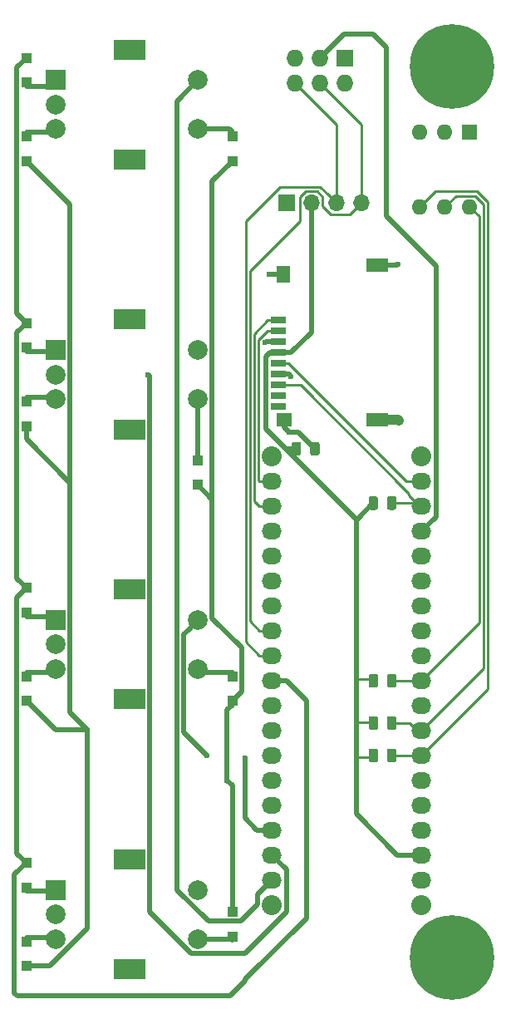
<source format=gbr>
%TF.GenerationSoftware,KiCad,Pcbnew,(5.1.6)-1*%
%TF.CreationDate,2020-07-27T07:25:15+08:00*%
%TF.ProjectId,rot-kb,726f742d-6b62-42e6-9b69-6361645f7063,rev?*%
%TF.SameCoordinates,Original*%
%TF.FileFunction,Copper,L1,Top*%
%TF.FilePolarity,Positive*%
%FSLAX46Y46*%
G04 Gerber Fmt 4.6, Leading zero omitted, Abs format (unit mm)*
G04 Created by KiCad (PCBNEW (5.1.6)-1) date 2020-07-27 07:25:15*
%MOMM*%
%LPD*%
G01*
G04 APERTURE LIST*
%TA.AperFunction,ComponentPad*%
%ADD10O,1.600000X1.600000*%
%TD*%
%TA.AperFunction,ComponentPad*%
%ADD11R,1.600000X1.600000*%
%TD*%
%TA.AperFunction,SMDPad,CuDef*%
%ADD12R,1.000000X1.000000*%
%TD*%
%TA.AperFunction,ComponentPad*%
%ADD13R,2.000000X2.000000*%
%TD*%
%TA.AperFunction,ComponentPad*%
%ADD14C,2.000000*%
%TD*%
%TA.AperFunction,ComponentPad*%
%ADD15R,3.200000X2.000000*%
%TD*%
%TA.AperFunction,ComponentPad*%
%ADD16C,0.900000*%
%TD*%
%TA.AperFunction,ComponentPad*%
%ADD17C,8.600000*%
%TD*%
%TA.AperFunction,SMDPad,CuDef*%
%ADD18R,2.200000X1.400000*%
%TD*%
%TA.AperFunction,SMDPad,CuDef*%
%ADD19R,1.400000X1.800000*%
%TD*%
%TA.AperFunction,SMDPad,CuDef*%
%ADD20R,1.600000X1.400000*%
%TD*%
%TA.AperFunction,SMDPad,CuDef*%
%ADD21R,1.600000X0.700000*%
%TD*%
%TA.AperFunction,ComponentPad*%
%ADD22O,1.700000X1.700000*%
%TD*%
%TA.AperFunction,ComponentPad*%
%ADD23R,1.700000X1.700000*%
%TD*%
%TA.AperFunction,ComponentPad*%
%ADD24O,1.727200X1.727200*%
%TD*%
%TA.AperFunction,ComponentPad*%
%ADD25R,1.727200X1.727200*%
%TD*%
%TA.AperFunction,ComponentPad*%
%ADD26O,2.032000X1.727200*%
%TD*%
%TA.AperFunction,ComponentPad*%
%ADD27C,2.032000*%
%TD*%
%TA.AperFunction,ViaPad*%
%ADD28C,0.600000*%
%TD*%
%TA.AperFunction,Conductor*%
%ADD29C,0.500000*%
%TD*%
%TA.AperFunction,Conductor*%
%ADD30C,1.000000*%
%TD*%
%TA.AperFunction,Conductor*%
%ADD31C,0.250000*%
%TD*%
G04 APERTURE END LIST*
D10*
%TO.P,SW5,6*%
%TO.N,rflip*%
X157200000Y-42920000D03*
%TO.P,SW5,3*%
%TO.N,GND*%
X152120000Y-35300000D03*
%TO.P,SW5,5*%
%TO.N,inc4*%
X154660000Y-42920000D03*
%TO.P,SW5,2*%
%TO.N,GND*%
X154660000Y-35300000D03*
%TO.P,SW5,4*%
%TO.N,mouse*%
X152120000Y-42920000D03*
D11*
%TO.P,SW5,1*%
%TO.N,GND*%
X157200000Y-35300000D03*
%TD*%
%TO.P,R4,2*%
%TO.N,mouse*%
%TA.AperFunction,SMDPad,CuDef*%
G36*
G01*
X148750000Y-99256250D02*
X148750000Y-98343750D01*
G75*
G02*
X148993750Y-98100000I243750J0D01*
G01*
X149481250Y-98100000D01*
G75*
G02*
X149725000Y-98343750I0J-243750D01*
G01*
X149725000Y-99256250D01*
G75*
G02*
X149481250Y-99500000I-243750J0D01*
G01*
X148993750Y-99500000D01*
G75*
G02*
X148750000Y-99256250I0J243750D01*
G01*
G37*
%TD.AperFunction*%
%TO.P,R4,1*%
%TO.N,+3V3*%
%TA.AperFunction,SMDPad,CuDef*%
G36*
G01*
X146875000Y-99256250D02*
X146875000Y-98343750D01*
G75*
G02*
X147118750Y-98100000I243750J0D01*
G01*
X147606250Y-98100000D01*
G75*
G02*
X147850000Y-98343750I0J-243750D01*
G01*
X147850000Y-99256250D01*
G75*
G02*
X147606250Y-99500000I-243750J0D01*
G01*
X147118750Y-99500000D01*
G75*
G02*
X146875000Y-99256250I0J243750D01*
G01*
G37*
%TD.AperFunction*%
%TD*%
%TO.P,R3,2*%
%TO.N,+3V3*%
%TA.AperFunction,SMDPad,CuDef*%
G36*
G01*
X147850000Y-90743750D02*
X147850000Y-91656250D01*
G75*
G02*
X147606250Y-91900000I-243750J0D01*
G01*
X147118750Y-91900000D01*
G75*
G02*
X146875000Y-91656250I0J243750D01*
G01*
X146875000Y-90743750D01*
G75*
G02*
X147118750Y-90500000I243750J0D01*
G01*
X147606250Y-90500000D01*
G75*
G02*
X147850000Y-90743750I0J-243750D01*
G01*
G37*
%TD.AperFunction*%
%TO.P,R3,1*%
%TO.N,rflip*%
%TA.AperFunction,SMDPad,CuDef*%
G36*
G01*
X149725000Y-90743750D02*
X149725000Y-91656250D01*
G75*
G02*
X149481250Y-91900000I-243750J0D01*
G01*
X148993750Y-91900000D01*
G75*
G02*
X148750000Y-91656250I0J243750D01*
G01*
X148750000Y-90743750D01*
G75*
G02*
X148993750Y-90500000I243750J0D01*
G01*
X149481250Y-90500000D01*
G75*
G02*
X149725000Y-90743750I0J-243750D01*
G01*
G37*
%TD.AperFunction*%
%TD*%
%TO.P,R2,2*%
%TO.N,MISO*%
%TA.AperFunction,SMDPad,CuDef*%
G36*
G01*
X148750000Y-73556250D02*
X148750000Y-72643750D01*
G75*
G02*
X148993750Y-72400000I243750J0D01*
G01*
X149481250Y-72400000D01*
G75*
G02*
X149725000Y-72643750I0J-243750D01*
G01*
X149725000Y-73556250D01*
G75*
G02*
X149481250Y-73800000I-243750J0D01*
G01*
X148993750Y-73800000D01*
G75*
G02*
X148750000Y-73556250I0J243750D01*
G01*
G37*
%TD.AperFunction*%
%TO.P,R2,1*%
%TO.N,+3V3*%
%TA.AperFunction,SMDPad,CuDef*%
G36*
G01*
X146875000Y-73556250D02*
X146875000Y-72643750D01*
G75*
G02*
X147118750Y-72400000I243750J0D01*
G01*
X147606250Y-72400000D01*
G75*
G02*
X147850000Y-72643750I0J-243750D01*
G01*
X147850000Y-73556250D01*
G75*
G02*
X147606250Y-73800000I-243750J0D01*
G01*
X147118750Y-73800000D01*
G75*
G02*
X146875000Y-73556250I0J243750D01*
G01*
G37*
%TD.AperFunction*%
%TD*%
D12*
%TO.P,D12,2*%
%TO.N,rbus-s*%
X133000000Y-114750000D03*
%TO.P,D12,1*%
%TO.N,Net-(D12-Pad1)*%
X133000000Y-117250000D03*
%TD*%
%TO.P,D11,2*%
%TO.N,rbus-s*%
X133000000Y-38250000D03*
%TO.P,D11,1*%
%TO.N,Net-(D11-Pad1)*%
X133000000Y-35750000D03*
%TD*%
%TO.P,D10,2*%
%TO.N,rbus-s*%
X133000000Y-93250000D03*
%TO.P,D10,1*%
%TO.N,Net-(D10-Pad1)*%
X133000000Y-90750000D03*
%TD*%
%TO.P,D9,2*%
%TO.N,rbus-s*%
X129500000Y-71250000D03*
%TO.P,D9,1*%
%TO.N,Net-(D9-Pad1)*%
X129500000Y-68750000D03*
%TD*%
%TO.P,D8,2*%
%TO.N,rbus-b*%
X112000000Y-120250000D03*
%TO.P,D8,1*%
%TO.N,Net-(D8-Pad1)*%
X112000000Y-117750000D03*
%TD*%
%TO.P,D7,2*%
%TO.N,rbus-a*%
X112000000Y-109750000D03*
%TO.P,D7,1*%
%TO.N,Net-(D7-Pad1)*%
X112000000Y-112250000D03*
%TD*%
%TO.P,D6,2*%
%TO.N,rbus-b*%
X112000000Y-38250000D03*
%TO.P,D6,1*%
%TO.N,Net-(D6-Pad1)*%
X112000000Y-35750000D03*
%TD*%
%TO.P,D5,2*%
%TO.N,rbus-a*%
X112000000Y-27750000D03*
%TO.P,D5,1*%
%TO.N,Net-(D5-Pad1)*%
X112000000Y-30250000D03*
%TD*%
%TO.P,D4,2*%
%TO.N,rbus-b*%
X112000000Y-93250000D03*
%TO.P,D4,1*%
%TO.N,Net-(D4-Pad1)*%
X112000000Y-90750000D03*
%TD*%
%TO.P,D3,2*%
%TO.N,rbus-a*%
X112000000Y-81750000D03*
%TO.P,D3,1*%
%TO.N,Net-(D3-Pad1)*%
X112000000Y-84250000D03*
%TD*%
%TO.P,D2,2*%
%TO.N,rbus-b*%
X112000000Y-65250000D03*
%TO.P,D2,1*%
%TO.N,Net-(D2-Pad1)*%
X112000000Y-62750000D03*
%TD*%
%TO.P,D1,2*%
%TO.N,rbus-a*%
X112000000Y-54750000D03*
%TO.P,D1,1*%
%TO.N,Net-(D1-Pad1)*%
X112000000Y-57250000D03*
%TD*%
%TO.P,C1,2*%
%TO.N,GND*%
%TA.AperFunction,SMDPad,CuDef*%
G36*
G01*
X140912000Y-68020250D02*
X140912000Y-67107750D01*
G75*
G02*
X141155750Y-66864000I243750J0D01*
G01*
X141643250Y-66864000D01*
G75*
G02*
X141887000Y-67107750I0J-243750D01*
G01*
X141887000Y-68020250D01*
G75*
G02*
X141643250Y-68264000I-243750J0D01*
G01*
X141155750Y-68264000D01*
G75*
G02*
X140912000Y-68020250I0J243750D01*
G01*
G37*
%TD.AperFunction*%
%TO.P,C1,1*%
%TO.N,+3V3*%
%TA.AperFunction,SMDPad,CuDef*%
G36*
G01*
X139037000Y-68020250D02*
X139037000Y-67107750D01*
G75*
G02*
X139280750Y-66864000I243750J0D01*
G01*
X139768250Y-66864000D01*
G75*
G02*
X140012000Y-67107750I0J-243750D01*
G01*
X140012000Y-68020250D01*
G75*
G02*
X139768250Y-68264000I-243750J0D01*
G01*
X139280750Y-68264000D01*
G75*
G02*
X139037000Y-68020250I0J243750D01*
G01*
G37*
%TD.AperFunction*%
%TD*%
D13*
%TO.P,SW4,A*%
%TO.N,Net-(D5-Pad1)*%
X115000000Y-30000000D03*
D14*
%TO.P,SW4,C*%
%TO.N,ecn3*%
X115000000Y-32500000D03*
%TO.P,SW4,B*%
%TO.N,Net-(D6-Pad1)*%
X115000000Y-35000000D03*
D15*
%TO.P,SW4,MP*%
%TO.N,N/C*%
X122500000Y-26900000D03*
X122500000Y-38100000D03*
D14*
%TO.P,SW4,S2*%
%TO.N,ecn3*%
X129500000Y-30000000D03*
%TO.P,SW4,S1*%
%TO.N,Net-(D11-Pad1)*%
X129500000Y-35000000D03*
%TD*%
D13*
%TO.P,SW3,A*%
%TO.N,Net-(D3-Pad1)*%
X115000000Y-85000000D03*
D14*
%TO.P,SW3,C*%
%TO.N,ecn2*%
X115000000Y-87500000D03*
%TO.P,SW3,B*%
%TO.N,Net-(D4-Pad1)*%
X115000000Y-90000000D03*
D15*
%TO.P,SW3,MP*%
%TO.N,N/C*%
X122500000Y-81900000D03*
X122500000Y-93100000D03*
D14*
%TO.P,SW3,S2*%
%TO.N,ecn2*%
X129500000Y-85000000D03*
%TO.P,SW3,S1*%
%TO.N,Net-(D10-Pad1)*%
X129500000Y-90000000D03*
%TD*%
D13*
%TO.P,SW2,A*%
%TO.N,Net-(D1-Pad1)*%
X115000000Y-57500000D03*
D14*
%TO.P,SW2,C*%
%TO.N,ecn4*%
X115000000Y-60000000D03*
%TO.P,SW2,B*%
%TO.N,Net-(D2-Pad1)*%
X115000000Y-62500000D03*
D15*
%TO.P,SW2,MP*%
%TO.N,N/C*%
X122500000Y-54400000D03*
X122500000Y-65600000D03*
D14*
%TO.P,SW2,S2*%
%TO.N,ecn4*%
X129500000Y-57500000D03*
%TO.P,SW2,S1*%
%TO.N,Net-(D9-Pad1)*%
X129500000Y-62500000D03*
%TD*%
D16*
%TO.P,H2,1*%
%TO.N,GND*%
X157620419Y-117099581D03*
X155340000Y-116155000D03*
X153059581Y-117099581D03*
X152115000Y-119380000D03*
X153059581Y-121660419D03*
X155340000Y-122605000D03*
X157620419Y-121660419D03*
X158565000Y-119380000D03*
D17*
X155340000Y-119380000D03*
%TD*%
D16*
%TO.P,H1,1*%
%TO.N,GND*%
X157620419Y-26339581D03*
X155340000Y-25395000D03*
X153059581Y-26339581D03*
X152115000Y-28620000D03*
X153059581Y-30900419D03*
X155340000Y-31845000D03*
X157620419Y-30900419D03*
X158565000Y-28620000D03*
D17*
X155340000Y-28620000D03*
%TD*%
D13*
%TO.P,SW1,A*%
%TO.N,Net-(D7-Pad1)*%
X115000000Y-112500000D03*
D14*
%TO.P,SW1,C*%
%TO.N,ecn1*%
X115000000Y-115000000D03*
%TO.P,SW1,B*%
%TO.N,Net-(D8-Pad1)*%
X115000000Y-117500000D03*
D15*
%TO.P,SW1,MP*%
%TO.N,N/C*%
X122500000Y-109400000D03*
X122500000Y-120600000D03*
D14*
%TO.P,SW1,S2*%
%TO.N,ecn1*%
X129500000Y-112500000D03*
%TO.P,SW1,S1*%
%TO.N,Net-(D12-Pad1)*%
X129500000Y-117500000D03*
%TD*%
%TO.P,R1,2*%
%TO.N,inc4*%
%TA.AperFunction,SMDPad,CuDef*%
G36*
G01*
X148750000Y-95956250D02*
X148750000Y-95043750D01*
G75*
G02*
X148993750Y-94800000I243750J0D01*
G01*
X149481250Y-94800000D01*
G75*
G02*
X149725000Y-95043750I0J-243750D01*
G01*
X149725000Y-95956250D01*
G75*
G02*
X149481250Y-96200000I-243750J0D01*
G01*
X148993750Y-96200000D01*
G75*
G02*
X148750000Y-95956250I0J243750D01*
G01*
G37*
%TD.AperFunction*%
%TO.P,R1,1*%
%TO.N,+3V3*%
%TA.AperFunction,SMDPad,CuDef*%
G36*
G01*
X146875000Y-95956250D02*
X146875000Y-95043750D01*
G75*
G02*
X147118750Y-94800000I243750J0D01*
G01*
X147606250Y-94800000D01*
G75*
G02*
X147850000Y-95043750I0J-243750D01*
G01*
X147850000Y-95956250D01*
G75*
G02*
X147606250Y-96200000I-243750J0D01*
G01*
X147118750Y-96200000D01*
G75*
G02*
X146875000Y-95956250I0J243750D01*
G01*
G37*
%TD.AperFunction*%
%TD*%
D18*
%TO.P,P7,G3*%
%TO.N,GND*%
X147770000Y-48880000D03*
D19*
%TO.P,P7,G4*%
X138170000Y-49780000D03*
D18*
%TO.P,P7,G2*%
X147770000Y-64580000D03*
D20*
%TO.P,P7,G1*%
X138270000Y-64580000D03*
D21*
%TO.P,P7,9*%
%TO.N,Net-(P7-Pad9)*%
X137670000Y-63280000D03*
%TO.P,P7,8*%
%TO.N,Net-(P7-Pad8)*%
X137670000Y-62180000D03*
%TO.P,P7,7*%
%TO.N,MISO*%
X137670000Y-61080000D03*
%TO.P,P7,6*%
%TO.N,GND*%
X137670000Y-59980000D03*
%TO.P,P7,5*%
%TO.N,SCK*%
X137670000Y-58880000D03*
%TO.P,P7,4*%
%TO.N,+3V3*%
X137670000Y-57780000D03*
%TO.P,P7,3*%
%TO.N,GND*%
X137670000Y-56680000D03*
%TO.P,P7,2*%
%TO.N,MOSI*%
X137670000Y-55580000D03*
%TO.P,P7,1*%
%TO.N,CS*%
X137670000Y-54480000D03*
%TD*%
D22*
%TO.P,J2,4*%
%TO.N,SDA*%
X146120000Y-42500000D03*
%TO.P,J2,3*%
%TO.N,SCL*%
X143580000Y-42500000D03*
%TO.P,J2,2*%
%TO.N,+3V3*%
X141040000Y-42500000D03*
D23*
%TO.P,J2,1*%
%TO.N,GND*%
X138500000Y-42500000D03*
%TD*%
D24*
%TO.P,J1,6*%
%TO.N,SCL*%
X139370000Y-30310000D03*
%TO.P,J1,5*%
%TO.N,+3V3*%
X139370000Y-27770000D03*
%TO.P,J1,4*%
%TO.N,SDA*%
X141910000Y-30310000D03*
%TO.P,J1,3*%
%TO.N,/Vin*%
X141910000Y-27770000D03*
%TO.P,J1,2*%
%TO.N,GND*%
X144450000Y-30310000D03*
D25*
%TO.P,J1,1*%
X144450000Y-27770000D03*
%TD*%
D26*
%TO.P,P1,1*%
%TO.N,MOSI*%
X137033000Y-70866000D03*
%TO.P,P1,2*%
%TO.N,CS*%
X137033000Y-73406000D03*
%TO.P,P1,3*%
%TO.N,/1(Tx1)*%
X137033000Y-75946000D03*
%TO.P,P1,4*%
%TO.N,/0(Rx1)*%
X137033000Y-78486000D03*
%TO.P,P1,5*%
%TO.N,Net-(P1-Pad5)*%
X137033000Y-81026000D03*
%TO.P,P1,6*%
%TO.N,GND*%
X137033000Y-83566000D03*
%TO.P,P1,7*%
%TO.N,SDA*%
X137033000Y-86106000D03*
%TO.P,P1,8*%
%TO.N,SCL*%
X137033000Y-88646000D03*
%TO.P,P1,9*%
%TO.N,rbus-a*%
X137033000Y-91186000D03*
%TO.P,P1,10*%
%TO.N,/5(\u002A\u002A)*%
X137033000Y-93726000D03*
%TO.P,P1,11*%
%TO.N,rbus-b*%
X137033000Y-96266000D03*
%TO.P,P1,12*%
%TO.N,/7*%
X137033000Y-98806000D03*
%TO.P,P1,13*%
%TO.N,rbus-s*%
X137033000Y-101346000D03*
%TO.P,P1,14*%
%TO.N,ecn1*%
X137033000Y-103886000D03*
%TO.P,P1,15*%
%TO.N,ecn2*%
X137033000Y-106426000D03*
%TO.P,P1,16*%
%TO.N,ecn4*%
X137033000Y-108966000D03*
%TO.P,P1,17*%
%TO.N,ecn3*%
X137033000Y-111506000D03*
%TD*%
%TO.P,P2,1*%
%TO.N,SCK*%
X152273000Y-70866000D03*
%TO.P,P2,2*%
%TO.N,MISO*%
X152273000Y-73406000D03*
%TO.P,P2,3*%
%TO.N,/Vin*%
X152273000Y-75946000D03*
%TO.P,P2,4*%
%TO.N,GND*%
X152273000Y-78486000D03*
%TO.P,P2,5*%
%TO.N,Net-(P2-Pad5)*%
X152273000Y-81026000D03*
%TO.P,P2,6*%
%TO.N,+5V*%
X152273000Y-83566000D03*
%TO.P,P2,7*%
%TO.N,Net-(P2-Pad7)*%
X152273000Y-86106000D03*
%TO.P,P2,8*%
%TO.N,Net-(P2-Pad8)*%
X152273000Y-88646000D03*
%TO.P,P2,9*%
%TO.N,rflip*%
X152273000Y-91186000D03*
%TO.P,P2,10*%
%TO.N,Net-(P2-Pad10)*%
X152273000Y-93726000D03*
%TO.P,P2,11*%
%TO.N,inc4*%
X152273000Y-96266000D03*
%TO.P,P2,12*%
%TO.N,mouse*%
X152273000Y-98806000D03*
%TO.P,P2,13*%
%TO.N,/A1*%
X152273000Y-101346000D03*
%TO.P,P2,14*%
%TO.N,/A0*%
X152273000Y-103886000D03*
%TO.P,P2,15*%
%TO.N,/AREF*%
X152273000Y-106426000D03*
%TO.P,P2,16*%
%TO.N,+3V3*%
X152273000Y-108966000D03*
%TO.P,P2,17*%
%TO.N,/13(\u002A\u002A)*%
X152273000Y-111506000D03*
%TD*%
D27*
%TO.P,P3,1*%
%TO.N,Net-(P3-Pad1)*%
X137033000Y-68326000D03*
%TD*%
%TO.P,P4,1*%
%TO.N,Net-(P4-Pad1)*%
X137033000Y-114046000D03*
%TD*%
%TO.P,P5,1*%
%TO.N,Net-(P5-Pad1)*%
X152273000Y-114046000D03*
%TD*%
%TO.P,P6,1*%
%TO.N,Net-(P6-Pad1)*%
X152273000Y-68326000D03*
%TD*%
D28*
%TO.N,GND*%
X138780000Y-65850000D03*
X136350000Y-56730000D03*
X136730000Y-49800000D03*
X149850000Y-48790000D03*
X150000000Y-64670000D03*
X138990000Y-60200000D03*
%TO.N,rbus-b*%
X118230000Y-96220000D03*
%TO.N,rbus-s*%
X132460000Y-101320000D03*
%TO.N,ecn2*%
X134260000Y-99040000D03*
X130400000Y-98800000D03*
%TO.N,ecn4*%
X124400000Y-60000000D03*
%TD*%
D29*
%TO.N,GND*%
X138270000Y-64580000D02*
X138270000Y-65340000D01*
X138270000Y-65340000D02*
X138780000Y-65850000D01*
X137670000Y-56680000D02*
X136400000Y-56680000D01*
X136400000Y-56680000D02*
X136350000Y-56730000D01*
X138170000Y-49780000D02*
X136750000Y-49780000D01*
X136750000Y-49780000D02*
X136730000Y-49800000D01*
X147770000Y-48880000D02*
X149760000Y-48880000D01*
X149760000Y-48880000D02*
X149850000Y-48790000D01*
D30*
X147770000Y-64580000D02*
X149910000Y-64580000D01*
X149910000Y-64580000D02*
X150000000Y-64670000D01*
D29*
X137670000Y-59980000D02*
X138770000Y-59980000D01*
X138770000Y-59980000D02*
X138990000Y-60200000D01*
X139685500Y-65850000D02*
X141399500Y-67564000D01*
X138780000Y-65850000D02*
X139685500Y-65850000D01*
%TO.N,/Vin*%
X144380000Y-25300000D02*
X141910000Y-27770000D01*
X147300000Y-25300000D02*
X144380000Y-25300000D01*
X153739010Y-74479990D02*
X153739010Y-48939010D01*
X148700000Y-26700000D02*
X147300000Y-25300000D01*
X153739010Y-48939010D02*
X148700000Y-43900000D01*
X152273000Y-75946000D02*
X153739010Y-74479990D01*
X148700000Y-43900000D02*
X148700000Y-26700000D01*
%TO.N,+3V3*%
X149806000Y-108966000D02*
X152273000Y-108966000D01*
X145610000Y-104770000D02*
X149806000Y-108966000D01*
X141040000Y-43702081D02*
X141040000Y-42500000D01*
X138970000Y-57780000D02*
X141040000Y-55710000D01*
X137670000Y-57780000D02*
X138970000Y-57780000D01*
X136419999Y-58169999D02*
X136419999Y-65549999D01*
X136809998Y-57780000D02*
X136419999Y-58169999D01*
X137670000Y-57780000D02*
X136809998Y-57780000D01*
X145570000Y-74700000D02*
X145610000Y-74733318D01*
X141040000Y-45280000D02*
X141040000Y-43702081D01*
X141040000Y-55710000D02*
X141040000Y-45280000D01*
X138305000Y-67435000D02*
X138434000Y-67564000D01*
X138305000Y-67435000D02*
X145570000Y-74700000D01*
X138434000Y-67564000D02*
X139524500Y-67564000D01*
X136419999Y-65549999D02*
X138305000Y-67435000D01*
X145610000Y-74733318D02*
X145610000Y-86510000D01*
X145610000Y-102210000D02*
X145610000Y-104770000D01*
D31*
X145610000Y-98990000D02*
X147172500Y-98990000D01*
D29*
X145610000Y-98990000D02*
X145610000Y-102210000D01*
D31*
X147172500Y-98990000D02*
X147362500Y-98800000D01*
X147252500Y-95390000D02*
X147362500Y-95500000D01*
D29*
X145610000Y-95390000D02*
X145610000Y-98990000D01*
D31*
X145610000Y-95390000D02*
X147252500Y-95390000D01*
X147172500Y-91010000D02*
X147362500Y-91200000D01*
D29*
X145610000Y-91010000D02*
X145610000Y-95390000D01*
D31*
X145610000Y-91010000D02*
X147172500Y-91010000D01*
D29*
X145610000Y-86510000D02*
X145610000Y-91010000D01*
X145729182Y-74733318D02*
X147362500Y-73100000D01*
X145610000Y-74733318D02*
X145729182Y-74733318D01*
D31*
%TO.N,SCL*%
X143580000Y-34520000D02*
X143580000Y-42500000D01*
X139370000Y-30310000D02*
X143580000Y-34520000D01*
X142730001Y-41650001D02*
X143580000Y-42500000D01*
X134341969Y-87220969D02*
X134341969Y-44373029D01*
X141954990Y-40874990D02*
X142730001Y-41650001D01*
X134341969Y-44373029D02*
X137840008Y-40874990D01*
X135767000Y-88646000D02*
X134341969Y-87220969D01*
X137840008Y-40874990D02*
X141954990Y-40874990D01*
X137033000Y-88646000D02*
X135767000Y-88646000D01*
%TO.N,SDA*%
X134791979Y-85130979D02*
X135767000Y-86106000D01*
X135767000Y-86106000D02*
X137033000Y-86106000D01*
X146120000Y-34520000D02*
X146120000Y-42500000D01*
X141910000Y-30310000D02*
X146120000Y-34520000D01*
X143015999Y-43675001D02*
X144944999Y-43675001D01*
X142215002Y-42874004D02*
X143015999Y-43675001D01*
X142215002Y-41885002D02*
X142215002Y-42874004D01*
X141654999Y-41324999D02*
X142215002Y-41885002D01*
X140475999Y-41324999D02*
X141654999Y-41324999D01*
X139864999Y-41935999D02*
X140475999Y-41324999D01*
X144944999Y-43675001D02*
X145270001Y-43349999D01*
X139864999Y-44374959D02*
X139864999Y-41935999D01*
X134791979Y-49447979D02*
X139864999Y-44374959D01*
X145270001Y-43349999D02*
X146120000Y-42500000D01*
X134791979Y-49447979D02*
X134791979Y-85130979D01*
%TO.N,MOSI*%
X135767000Y-70866000D02*
X137033000Y-70866000D01*
X135691999Y-56462999D02*
X135691999Y-70790999D01*
X135691999Y-70790999D02*
X135767000Y-70866000D01*
X136574998Y-55580000D02*
X135691999Y-56462999D01*
X137670000Y-55580000D02*
X136574998Y-55580000D01*
%TO.N,CS*%
X135767000Y-73406000D02*
X137033000Y-73406000D01*
X135241989Y-55858011D02*
X135241989Y-72880989D01*
X136620000Y-54480000D02*
X135241989Y-55858011D01*
X135241989Y-72880989D02*
X135767000Y-73406000D01*
X137670000Y-54480000D02*
X136620000Y-54480000D01*
%TO.N,SCK*%
X151007000Y-70866000D02*
X152273000Y-70866000D01*
X138720000Y-58880000D02*
X150706000Y-70866000D01*
X150706000Y-70866000D02*
X151007000Y-70866000D01*
X137670000Y-58880000D02*
X138720000Y-58880000D01*
%TO.N,MISO*%
X151007000Y-72292400D02*
X152120600Y-73406000D01*
X151007000Y-72140000D02*
X151007000Y-72292400D01*
X152120600Y-73406000D02*
X152273000Y-73406000D01*
X139947000Y-61080000D02*
X151007000Y-72140000D01*
X137670000Y-61080000D02*
X139947000Y-61080000D01*
X151967000Y-73100000D02*
X152273000Y-73406000D01*
X149237500Y-73100000D02*
X151967000Y-73100000D01*
D29*
%TO.N,rbus-a*%
X138549000Y-91186000D02*
X137033000Y-91186000D01*
X140550000Y-93187000D02*
X138549000Y-91186000D01*
X140550000Y-115380000D02*
X140550000Y-93187000D01*
X134315000Y-121615000D02*
X134315000Y-121785000D01*
X134315000Y-121615000D02*
X140550000Y-115380000D01*
X134315000Y-121785000D02*
X132800000Y-123300000D01*
X111100000Y-123300000D02*
X110800000Y-123000000D01*
X132800000Y-123300000D02*
X111100000Y-123300000D01*
X110800000Y-110950000D02*
X112000000Y-109750000D01*
X110800000Y-123000000D02*
X110800000Y-110950000D01*
X111049999Y-82700001D02*
X112000000Y-81750000D01*
X111049999Y-108799999D02*
X111049999Y-82700001D01*
X112000000Y-109750000D02*
X111049999Y-108799999D01*
X111049999Y-55700001D02*
X112000000Y-54750000D01*
X111049999Y-80799999D02*
X111049999Y-55700001D01*
X112000000Y-81750000D02*
X111049999Y-80799999D01*
X111049999Y-53799999D02*
X112000000Y-54750000D01*
X111049999Y-28700001D02*
X111049999Y-53799999D01*
X112000000Y-27750000D02*
X111049999Y-28700001D01*
%TO.N,Net-(D1-Pad1)*%
X114850000Y-57650000D02*
X115000000Y-57500000D01*
X112000000Y-57650000D02*
X114850000Y-57650000D01*
%TO.N,rbus-b*%
X116450001Y-71050001D02*
X116450001Y-90696001D01*
X112000000Y-66600000D02*
X116450001Y-71050001D01*
X112000000Y-65650000D02*
X112000000Y-66600000D01*
X116450001Y-42700001D02*
X116450001Y-71050001D01*
X112000000Y-38250000D02*
X116450001Y-42700001D01*
X116450001Y-94440001D02*
X118230000Y-96220000D01*
X116450001Y-90696001D02*
X116450001Y-94440001D01*
X118230000Y-116416002D02*
X118230000Y-96220000D01*
X114396002Y-120250000D02*
X118230000Y-116416002D01*
X112000000Y-120250000D02*
X114396002Y-120250000D01*
X114970000Y-96220000D02*
X112000000Y-93250000D01*
X118230000Y-96220000D02*
X114970000Y-96220000D01*
%TO.N,Net-(D2-Pad1)*%
X114850000Y-62350000D02*
X115000000Y-62500000D01*
X112000000Y-62350000D02*
X114850000Y-62350000D01*
%TO.N,Net-(D3-Pad1)*%
X114650000Y-84650000D02*
X115000000Y-85000000D01*
X112000000Y-84650000D02*
X114650000Y-84650000D01*
%TO.N,Net-(D4-Pad1)*%
X114650000Y-90350000D02*
X115000000Y-90000000D01*
X112000000Y-90350000D02*
X114650000Y-90350000D01*
%TO.N,Net-(D5-Pad1)*%
X114350000Y-30650000D02*
X115000000Y-30000000D01*
X112000000Y-30650000D02*
X114350000Y-30650000D01*
%TO.N,Net-(D6-Pad1)*%
X114650000Y-35350000D02*
X115000000Y-35000000D01*
X112000000Y-35350000D02*
X114650000Y-35350000D01*
%TO.N,Net-(D7-Pad1)*%
X114850000Y-112650000D02*
X115000000Y-112500000D01*
X112000000Y-112650000D02*
X114850000Y-112650000D01*
%TO.N,Net-(D8-Pad1)*%
X114850000Y-117350000D02*
X115000000Y-117500000D01*
X112000000Y-117350000D02*
X114850000Y-117350000D01*
%TO.N,rbus-s*%
X133000000Y-101860000D02*
X132460000Y-101320000D01*
X133000000Y-114350000D02*
X133000000Y-101860000D01*
X132460000Y-94190000D02*
X133000000Y-93650000D01*
X132460000Y-101320000D02*
X132460000Y-94190000D01*
X130950001Y-72700001D02*
X129500000Y-71250000D01*
X130950001Y-84850001D02*
X130950001Y-72700001D01*
X133950001Y-87850001D02*
X130950001Y-84850001D01*
X133950001Y-92299999D02*
X133950001Y-87850001D01*
X133000000Y-93250000D02*
X133950001Y-92299999D01*
X130950001Y-40299999D02*
X133000000Y-38250000D01*
X130950001Y-72700001D02*
X130950001Y-40299999D01*
%TO.N,Net-(D9-Pad1)*%
X129500000Y-68350000D02*
X129500000Y-62500000D01*
%TO.N,Net-(D10-Pad1)*%
X129850000Y-90350000D02*
X129500000Y-90000000D01*
X133000000Y-90350000D02*
X129850000Y-90350000D01*
%TO.N,Net-(D11-Pad1)*%
X132650000Y-35000000D02*
X133000000Y-35350000D01*
X129500000Y-35000000D02*
X132650000Y-35000000D01*
%TO.N,Net-(D12-Pad1)*%
X132850000Y-117500000D02*
X133000000Y-117650000D01*
X129500000Y-117500000D02*
X132850000Y-117500000D01*
%TO.N,ecn2*%
X134260000Y-105169000D02*
X134260000Y-99040000D01*
X137033000Y-106426000D02*
X135517000Y-106426000D01*
X135517000Y-106426000D02*
X134260000Y-105169000D01*
X128500001Y-85999999D02*
X129500000Y-85000000D01*
X128049999Y-93839999D02*
X128049999Y-86450001D01*
X128049999Y-86450001D02*
X128500001Y-85999999D01*
X128049999Y-96449999D02*
X128049999Y-93839999D01*
X130400000Y-98800000D02*
X128049999Y-96449999D01*
%TO.N,ecn3*%
X127349989Y-112495991D02*
X127349989Y-32150011D01*
X130553999Y-115700001D02*
X127349989Y-112495991D01*
X127349989Y-32150011D02*
X129500000Y-30000000D01*
X135566999Y-113993003D02*
X133860001Y-115700001D01*
X133860001Y-115700001D02*
X130553999Y-115700001D01*
X135566999Y-112972001D02*
X135566999Y-113993003D01*
X137033000Y-111506000D02*
X135566999Y-112972001D01*
%TO.N,ecn4*%
X124550001Y-60150001D02*
X124400000Y-60000000D01*
X124550001Y-114696003D02*
X124550001Y-60150001D01*
X128803999Y-118950001D02*
X124550001Y-114696003D01*
X138499001Y-114749681D02*
X134298681Y-118950001D01*
X134298681Y-118950001D02*
X128803999Y-118950001D01*
X138499001Y-110432001D02*
X138499001Y-114749681D01*
X137033000Y-108966000D02*
X138499001Y-110432001D01*
D31*
%TO.N,inc4*%
X149237500Y-95500000D02*
X151100000Y-95500000D01*
X151866000Y-96266000D02*
X152273000Y-96266000D01*
X151100000Y-95500000D02*
X151866000Y-96266000D01*
X158600020Y-42655018D02*
X158600020Y-89938980D01*
X157740001Y-41794999D02*
X158600020Y-42655018D01*
X155785001Y-41794999D02*
X157740001Y-41794999D01*
X158600020Y-89938980D02*
X152273000Y-96266000D01*
X154660000Y-42920000D02*
X155785001Y-41794999D01*
%TO.N,rflip*%
X152259000Y-91200000D02*
X152273000Y-91186000D01*
X149237500Y-91200000D02*
X152259000Y-91200000D01*
X158150010Y-85308990D02*
X152273000Y-91186000D01*
X158150010Y-43870010D02*
X158150010Y-85308990D01*
X157200000Y-42920000D02*
X158150010Y-43870010D01*
%TO.N,mouse*%
X152267000Y-98800000D02*
X152273000Y-98806000D01*
X149237500Y-98800000D02*
X152267000Y-98800000D01*
X159050030Y-92028970D02*
X152273000Y-98806000D01*
X159050030Y-42468618D02*
X159050030Y-92028970D01*
X157926402Y-41344990D02*
X159050030Y-42468618D01*
X153695010Y-41344990D02*
X157926402Y-41344990D01*
X152120000Y-42920000D02*
X153695010Y-41344990D01*
%TD*%
M02*

</source>
